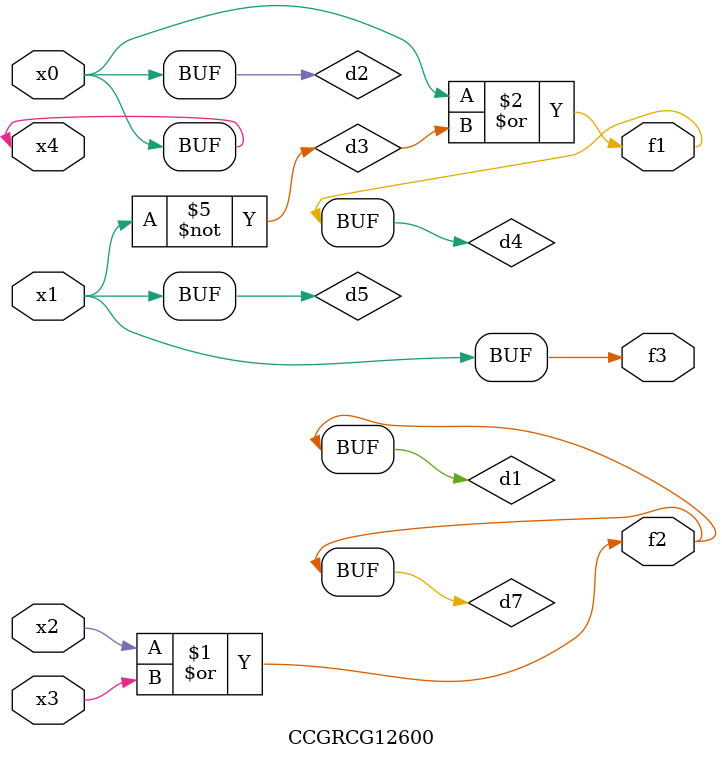
<source format=v>
module CCGRCG12600(
	input x0, x1, x2, x3, x4,
	output f1, f2, f3
);

	wire d1, d2, d3, d4, d5, d6, d7;

	or (d1, x2, x3);
	buf (d2, x0, x4);
	not (d3, x1);
	or (d4, d2, d3);
	not (d5, d3);
	nand (d6, d1, d3);
	or (d7, d1);
	assign f1 = d4;
	assign f2 = d7;
	assign f3 = d5;
endmodule

</source>
